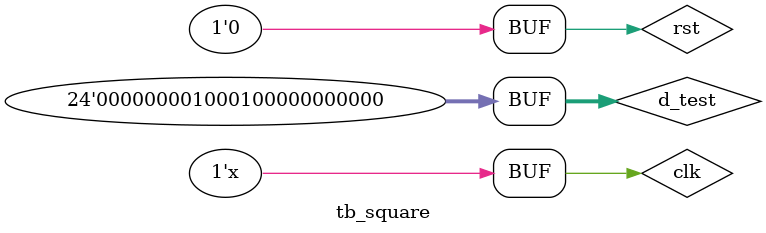
<source format=v>
`timescale 1ns / 1ps


module tb_square(
    );

reg clk;
reg rst;
wire [23:0] d_test;
reg [47:0] quare_reg;
wire [47:0] quare;

initial
begin
    clk = 1;
    rst = 1;
    #100 rst = 0;
end

always #5 clk <= ~clk;

// s.10.13
// 4.25 = 00000000100.0100000000000
assign d_test = 24'b000000001000100000000000;

// (4.25)^2 = 18.0625
// 18.0625 =     00000010010.0001000000000
//	  0000000000000000010010.00010000000000000000000000
// quare[36:13]

// Négyzetre emelés
mul_24x24 square(
    .clk(clk),
    .a(d_test),
    .b(d_test),
    .m(quare)
);

always @ (posedge clk)
quare_reg = quare;

endmodule

</source>
